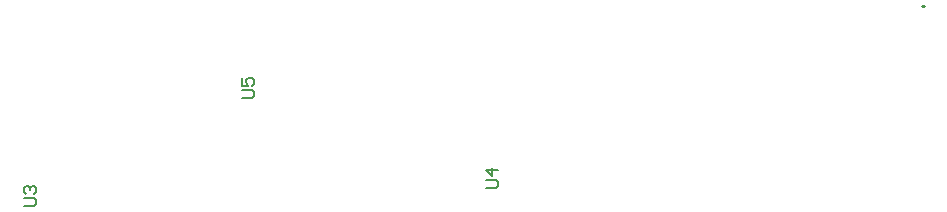
<source format=gm1>
G04*
G04 #@! TF.GenerationSoftware,Altium Limited,Altium Designer,23.4.1 (23)*
G04*
G04 Layer_Color=16711935*
%FSLAX44Y44*%
%MOMM*%
G71*
G04*
G04 #@! TF.SameCoordinates,296E2F05-AFD3-44B7-80E4-9C800FA3EDDF*
G04*
G04*
G04 #@! TF.FilePolarity,Positive*
G04*
G01*
G75*
%ADD14C,0.2540*%
%ADD53C,0.1778*%
D14*
X1028700Y464820D02*
X1029970D01*
D53*
X452758Y387350D02*
X461222D01*
X462915Y389043D01*
Y392428D01*
X461222Y394121D01*
X452758D01*
Y404278D02*
Y397507D01*
X457837D01*
X456144Y400892D01*
Y402585D01*
X457837Y404278D01*
X461222D01*
X462915Y402585D01*
Y399199D01*
X461222Y397507D01*
X659133Y311150D02*
X667597D01*
X669290Y312843D01*
Y316228D01*
X667597Y317921D01*
X659133D01*
X669290Y326385D02*
X659133D01*
X664212Y321307D01*
Y328078D01*
X267973Y295910D02*
X276437D01*
X278130Y297603D01*
Y300988D01*
X276437Y302681D01*
X267973D01*
X269666Y306067D02*
X267973Y307759D01*
Y311145D01*
X269666Y312838D01*
X271359D01*
X273052Y311145D01*
Y309452D01*
Y311145D01*
X274744Y312838D01*
X276437D01*
X278130Y311145D01*
Y307759D01*
X276437Y306067D01*
M02*

</source>
